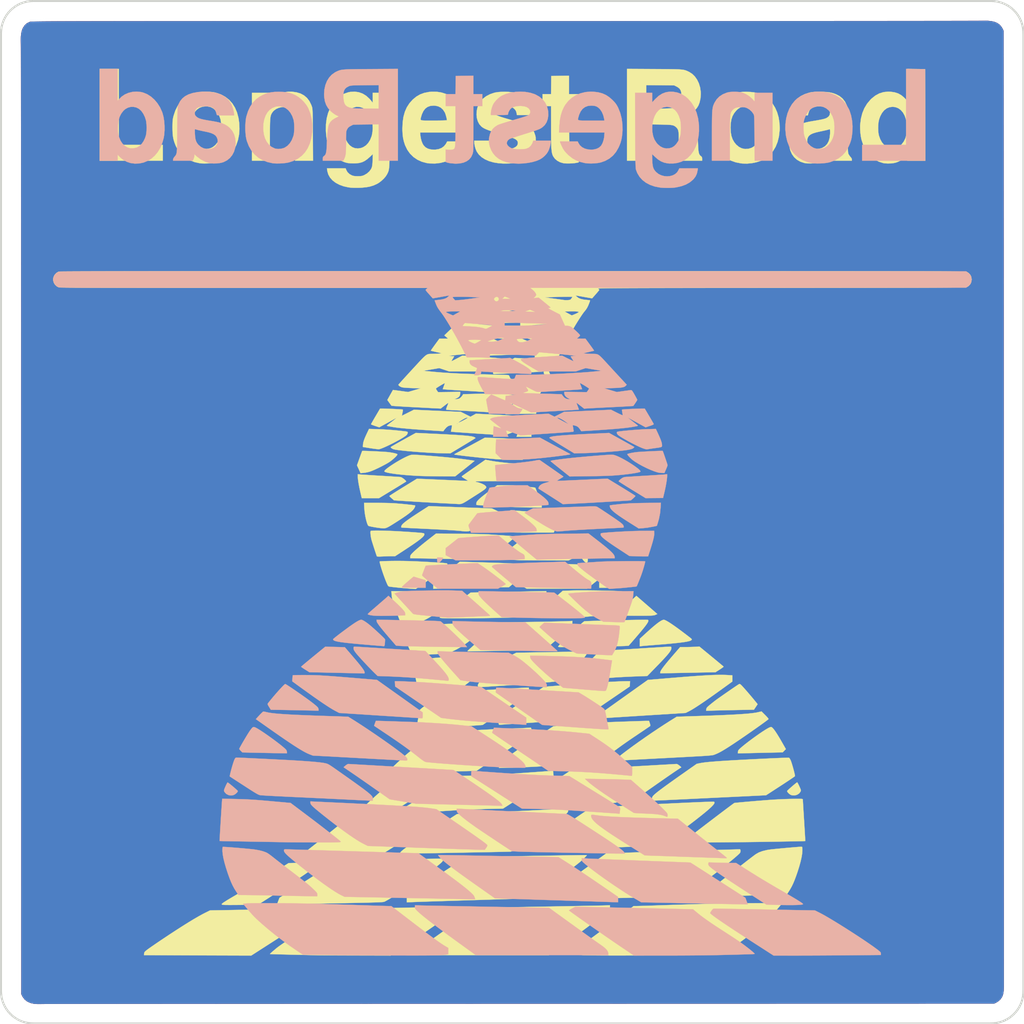
<source format=kicad_pcb>
(kicad_pcb (version 20171130) (host pcbnew 5.1.5+dfsg1-2build2)
  (layers (0 F.Cu signal) (31 B.Cu signal) (34 B.Paste user) (35 F.Paste user) (36 B.SilkS user) (37 F.SilkS user) (38 B.Mask user) (39 F.Mask user) (44 Edge.Cuts user))
  (net 0 "")
  (module LOGO (layer F.Cu) (at 0 0)
    (fp_text reference G*** hide)
    (fp_text value LOGO hide)
    (fp_poly (pts (xy 24.158395 -23.959976) (xy 24.327521 -23.922561) (xy 24.467683 -23.863248) (xy 24.581946 -23.780848) (xy 24.673376 -23.674167) (xy 24.725971 -23.583318) (xy 24.774728 -23.484417) (xy 24.781462 0) (xy 24.781748 0.998279) (xy 24.782033 1.986866) (xy 24.782316 2.964893) (xy 24.782597 3.931494) (xy 24.782875 4.885801) (xy 24.78315 5.826946) (xy 24.783423 6.754064) (xy 24.783692 7.666285) (xy 24.783957 8.562744) (xy 24.784218 9.442573) (xy 24.784475 10.304905) (xy 24.784728 11.148872) (xy 24.784976 11.973608) (xy 24.785219 12.778245) (xy 24.785457 13.561916) (xy 24.785689 14.323754) (xy 24.785916 15.062892) (xy 24.786136 15.778462) (xy 24.78635 16.469597) (xy 24.786558 17.135431) (xy 24.786758 17.775096) (xy 24.786952 18.387724) (xy 24.787138 18.972448) (xy 24.787316 19.528403) (xy 24.787487 20.054719) (xy 24.787649 20.55053) (xy 24.787803 21.014969) (xy 24.787948 21.447168) (xy 24.788084 21.846261) (xy 24.78821 22.21138) (xy 24.788327 22.541657) (xy 24.788435 22.836227) (xy 24.788532 23.094221) (xy 24.788619 23.314773) (xy 24.788695 23.497014) (xy 24.78876 23.640079) (xy 24.788814 23.743099) (xy 24.788856 23.805208) (xy 24.788877 23.823083) (xy 24.787014 23.994166) (xy 24.779896 24.131012) (xy 24.766386 24.241514) (xy 24.745346 24.333567) (xy 24.71564 24.415067) (xy 24.698232 24.452229) (xy 24.619911 24.566388) (xy 24.510291 24.665351) (xy 24.413525 24.723672) (xy 24.309916 24.774556) (xy 0.836083 24.779799) (xy -0.161615 24.78003) (xy -1.149514 24.780274) (xy -2.12675 24.780533) (xy -3.092459 24.780804) (xy -4.045776 24.781088) (xy -4.985837 24.781383) (xy -5.911778 24.78169) (xy -6.822735 24.782008) (xy -7.717842 24.782336) (xy -8.596236 24.782674) (xy -9.457053 24.78302) (xy -10.299428 24.783376) (xy -11.122497 24.78374) (xy -11.925396 24.784111) (xy -12.70726 24.78449) (xy -13.467225 24.784875) (xy -14.204427 24.785267) (xy -14.918001 24.785664) (xy -15.607083 24.786065) (xy -16.270809 24.786472) (xy -16.908315 24.786882) (xy -17.518735 24.787296) (xy -18.101207 24.787713) (xy -18.654865 24.788132) (xy -19.178846 24.788553) (xy -19.672285 24.788976) (xy -20.134317 24.789399) (xy -20.564079 24.789823) (xy -20.960705 24.790246) (xy -21.323333 24.790669) (xy -21.651097 24.79109) (xy -21.943133 24.79151) (xy -22.198577 24.791927) (xy -22.416565 24.792342) (xy -22.596232 24.792753) (xy -22.736714 24.79316) (xy -22.837146 24.793563) (xy -22.896665 24.793961) (xy -22.912917 24.794214) (xy -23.03063 24.796406) (xy -23.146134 24.795544) (xy -23.245943 24.791904) (xy -23.315084 24.785971) (xy -23.502805 24.743409) (xy -23.660583 24.671455) (xy -23.788007 24.570373) (xy -23.884666 24.440428) (xy -23.901899 24.407715) (xy -23.950084 24.309916) (xy -23.9543 0.910166) (xy -23.954491 -0.086251) (xy -23.954701 -1.072959) (xy -23.954931 -2.049088) (xy -23.955179 -3.013771) (xy -23.955445 -3.96614) (xy -23.955729 -4.905325) (xy -23.95603 -5.83046) (xy -23.956347 -6.740674) (xy -23.956679 -7.635101) (xy -23.957027 -8.512872) (xy -23.957389 -9.373119) (xy -23.957765 -10.214972) (xy -23.958154 -11.037565) (xy -23.958555 -11.840028) (xy -23.958969 -12.621494) (xy -23.959394 -13.381094) (xy -23.95983 -14.117959) (xy -23.960277 -14.831222) (xy -23.960733 -15.520014) (xy -23.961197 -16.183467) (xy -23.961671 -16.820712) (xy -23.962152 -17.430882) (xy -23.96264 -18.013107) (xy -23.963136 -18.56652) (xy -23.963637 -19.090253) (xy -23.964143 -19.583436) (xy -23.964655 -20.045202) (xy -23.96517 -20.474683) (xy -23.965689 -20.871009) (xy -23.966212 -21.233314) (xy -23.966736 -21.560727) (xy -23.967263 -21.852383) (xy -23.96779 -22.107411) (xy -23.968319 -22.324943) (xy -23.968847 -22.504112) (xy -23.969375 -22.644049) (xy -23.969901 -22.743885) (xy -23.970426 -22.802753) (xy -23.970725 -22.817667) (xy -23.975059 -23.023344) (xy -23.970739 -23.194069) (xy -23.956937 -23.336494) (xy -23.932828 -23.457268) (xy -23.897585 -23.563044) (xy -23.87079 -23.622) (xy -23.784725 -23.754678) (xy -23.67535 -23.852872) (xy -23.539323 -23.919428) (xy -23.510732 -23.92857) (xy -23.502206 -23.930245) (xy -23.487621 -23.931862) (xy -23.466257 -23.933421) (xy -23.437391 -23.934925) (xy -23.400302 -23.936374) (xy -23.354269 -23.937768) (xy -23.298571 -23.93911) (xy -23.232485 -23.940399) (xy -23.15529 -23.941638) (xy -23.066265 -23.942826) (xy -22.964688 -23.943965) (xy -22.849837 -23.945056) (xy -22.720992 -23.9461) (xy -22.577431 -23.947098) (xy -22.418432 -23.94805) (xy -22.243274 -23.948958) (xy -22.051235 -23.949823) (xy -21.841594 -23.950646) (xy -21.613629 -23.951427) (xy -21.366619 -23.952168) (xy -21.099842 -23.95287) (xy -20.812577 -23.953533) (xy -20.504102 -23.954159) (xy -20.173697 -23.954749) (xy -19.820638 -23.955303) (xy -19.444206 -23.955823) (xy -19.043678 -23.956309) (xy -18.618332 -23.956762) (xy -18.167449 -23.957184) (xy -17.690305 -23.957576) (xy -17.186179 -23.957938) (xy -16.654351 -23.958271) (xy -16.094097 -23.958577) (xy -15.504698 -23.958856) (xy -14.885432 -23.95911) (xy -14.235576 -23.959339) (xy -13.55441 -23.959544) (xy -12.841211 -23.959726) (xy -12.09526 -23.959887) (xy -11.315833 -23.960027) (xy -10.50221 -23.960147) (xy -9.653669 -23.960248) (xy -8.769488 -23.960332) (xy -7.848947 -23.960398) (xy -6.891323 -23.960449) (xy -5.895895 -23.960485) (xy -4.861941 -23.960507) (xy -3.788741 -23.960516) (xy -2.675573 -23.960513) (xy -1.521714 -23.960499) (xy -0.326444 -23.960475) (xy 0.013132 -23.960467) (xy 1.009668 -23.960454) (xy 1.996436 -23.960467) (xy 2.972569 -23.960504) (xy 3.937201 -23.960566) (xy 4.889467 -23.960651) (xy 5.828499 -23.960759) (xy 6.753431 -23.96089) (xy 7.663398 -23.961043) (xy 8.557532 -23.961218) (xy 9.434967 -23.961414) (xy 10.294838 -23.961631) (xy 11.136277 -23.961868) (xy 11.958418 -23.962124) (xy 12.760396 -23.9624) (xy 13.541343 -23.962695) (xy 14.300394 -23.963008) (xy 15.036681 -23.963339) (xy 15.74934 -23.963687) (xy 16.437503 -23.964052) (xy 17.100304 -23.964434) (xy 17.736877 -23.964831) (xy 18.346355 -23.965243) (xy 18.927873 -23.96567) (xy 19.480563 -23.966112) (xy 20.00356 -23.966568) (xy 20.495997 -23.967036) (xy 20.957008 -23.967518) (xy 21.385726 -23.968012) (xy 21.781286 -23.968518) (xy 22.142821 -23.969036) (xy 22.469464 -23.969564) (xy 22.760349 -23.970103) (xy 23.01461 -23.970652) (xy 23.231381 -23.97121) (xy 23.409796 -23.971778) (xy 23.548987 -23.972353) (xy 23.648088 -23.972937) (xy 23.706235 -23.973528) (xy 23.720982 -23.97388) (xy 23.957237 -23.976685) (xy 24.158395 -23.959976)) (layer B.Cu) (width 0.01))
  )
  (module LOGO (layer F.Cu) (at 0 0)
    (fp_text reference G*** hide)
    (fp_text value LOGO hide)
  )
  (module LOGO (layer F.Cu) (at 0 0)
    (fp_text reference G*** hide)
    (fp_text value LOGO hide)
    (fp_poly (pts (xy 24.158395 -23.959976) (xy 24.327521 -23.922561) (xy 24.467683 -23.863248) (xy 24.581946 -23.780848) (xy 24.673376 -23.674167) (xy 24.725971 -23.583318) (xy 24.774728 -23.484417) (xy 24.781462 0) (xy 24.781748 0.998279) (xy 24.782033 1.986866) (xy 24.782316 2.964893) (xy 24.782597 3.931494) (xy 24.782875 4.885801) (xy 24.78315 5.826946) (xy 24.783423 6.754064) (xy 24.783692 7.666285) (xy 24.783957 8.562744) (xy 24.784218 9.442573) (xy 24.784475 10.304905) (xy 24.784728 11.148872) (xy 24.784976 11.973608) (xy 24.785219 12.778245) (xy 24.785457 13.561916) (xy 24.785689 14.323754) (xy 24.785916 15.062892) (xy 24.786136 15.778462) (xy 24.78635 16.469597) (xy 24.786558 17.135431) (xy 24.786758 17.775096) (xy 24.786952 18.387724) (xy 24.787138 18.972448) (xy 24.787316 19.528403) (xy 24.787487 20.054719) (xy 24.787649 20.55053) (xy 24.787803 21.014969) (xy 24.787948 21.447168) (xy 24.788084 21.846261) (xy 24.78821 22.21138) (xy 24.788327 22.541657) (xy 24.788435 22.836227) (xy 24.788532 23.094221) (xy 24.788619 23.314773) (xy 24.788695 23.497014) (xy 24.78876 23.640079) (xy 24.788814 23.743099) (xy 24.788856 23.805208) (xy 24.788877 23.823083) (xy 24.787014 23.994166) (xy 24.779896 24.131012) (xy 24.766386 24.241514) (xy 24.745346 24.333567) (xy 24.71564 24.415067) (xy 24.698232 24.452229) (xy 24.619911 24.566388) (xy 24.510291 24.665351) (xy 24.413525 24.723672) (xy 24.309916 24.774556) (xy 0.836083 24.779799) (xy -0.161615 24.78003) (xy -1.149514 24.780274) (xy -2.12675 24.780533) (xy -3.092459 24.780804) (xy -4.045776 24.781088) (xy -4.985837 24.781383) (xy -5.911778 24.78169) (xy -6.822735 24.782008) (xy -7.717842 24.782336) (xy -8.596236 24.782674) (xy -9.457053 24.78302) (xy -10.299428 24.783376) (xy -11.122497 24.78374) (xy -11.925396 24.784111) (xy -12.70726 24.78449) (xy -13.467225 24.784875) (xy -14.204427 24.785267) (xy -14.918001 24.785664) (xy -15.607083 24.786065) (xy -16.270809 24.786472) (xy -16.908315 24.786882) (xy -17.518735 24.787296) (xy -18.101207 24.787713) (xy -18.654865 24.788132) (xy -19.178846 24.788553) (xy -19.672285 24.788976) (xy -20.134317 24.789399) (xy -20.564079 24.789823) (xy -20.960705 24.790246) (xy -21.323333 24.790669) (xy -21.651097 24.79109) (xy -21.943133 24.79151) (xy -22.198577 24.791927) (xy -22.416565 24.792342) (xy -22.596232 24.792753) (xy -22.736714 24.79316) (xy -22.837146 24.793563) (xy -22.896665 24.793961) (xy -22.912917 24.794214) (xy -23.03063 24.796406) (xy -23.146134 24.795544) (xy -23.245943 24.791904) (xy -23.315084 24.785971) (xy -23.502805 24.743409) (xy -23.660583 24.671455) (xy -23.788007 24.570373) (xy -23.884666 24.440428) (xy -23.901899 24.407715) (xy -23.950084 24.309916) (xy -23.9543 0.910166) (xy -23.954491 -0.086251) (xy -23.954701 -1.072959) (xy -23.954931 -2.049088) (xy -23.955179 -3.013771) (xy -23.955445 -3.96614) (xy -23.955729 -4.905325) (xy -23.95603 -5.83046) (xy -23.956347 -6.740674) (xy -23.956679 -7.635101) (xy -23.957027 -8.512872) (xy -23.957389 -9.373119) (xy -23.957765 -10.214972) (xy -23.958154 -11.037565) (xy -23.958555 -11.840028) (xy -23.958969 -12.621494) (xy -23.959394 -13.381094) (xy -23.95983 -14.117959) (xy -23.960277 -14.831222) (xy -23.960733 -15.520014) (xy -23.961197 -16.183467) (xy -23.961671 -16.820712) (xy -23.962152 -17.430882) (xy -23.96264 -18.013107) (xy -23.963136 -18.56652) (xy -23.963637 -19.090253) (xy -23.964143 -19.583436) (xy -23.964655 -20.045202) (xy -23.96517 -20.474683) (xy -23.965689 -20.871009) (xy -23.966212 -21.233314) (xy -23.966736 -21.560727) (xy -23.967263 -21.852383) (xy -23.96779 -22.107411) (xy -23.968319 -22.324943) (xy -23.968847 -22.504112) (xy -23.969375 -22.644049) (xy -23.969901 -22.743885) (xy -23.970426 -22.802753) (xy -23.970725 -22.817667) (xy -23.975059 -23.023344) (xy -23.970739 -23.194069) (xy -23.956937 -23.336494) (xy -23.932828 -23.457268) (xy -23.897585 -23.563044) (xy -23.87079 -23.622) (xy -23.784725 -23.754678) (xy -23.67535 -23.852872) (xy -23.539323 -23.919428) (xy -23.510732 -23.92857) (xy -23.502206 -23.930245) (xy -23.487621 -23.931862) (xy -23.466257 -23.933421) (xy -23.437391 -23.934925) (xy -23.400302 -23.936374) (xy -23.354269 -23.937768) (xy -23.298571 -23.93911) (xy -23.232485 -23.940399) (xy -23.15529 -23.941638) (xy -23.066265 -23.942826) (xy -22.964688 -23.943965) (xy -22.849837 -23.945056) (xy -22.720992 -23.9461) (xy -22.577431 -23.947098) (xy -22.418432 -23.94805) (xy -22.243274 -23.948958) (xy -22.051235 -23.949823) (xy -21.841594 -23.950646) (xy -21.613629 -23.951427) (xy -21.366619 -23.952168) (xy -21.099842 -23.95287) (xy -20.812577 -23.953533) (xy -20.504102 -23.954159) (xy -20.173697 -23.954749) (xy -19.820638 -23.955303) (xy -19.444206 -23.955823) (xy -19.043678 -23.956309) (xy -18.618332 -23.956762) (xy -18.167449 -23.957184) (xy -17.690305 -23.957576) (xy -17.186179 -23.957938) (xy -16.654351 -23.958271) (xy -16.094097 -23.958577) (xy -15.504698 -23.958856) (xy -14.885432 -23.95911) (xy -14.235576 -23.959339) (xy -13.55441 -23.959544) (xy -12.841211 -23.959726) (xy -12.09526 -23.959887) (xy -11.315833 -23.960027) (xy -10.50221 -23.960147) (xy -9.653669 -23.960248) (xy -8.769488 -23.960332) (xy -7.848947 -23.960398) (xy -6.891323 -23.960449) (xy -5.895895 -23.960485) (xy -4.861941 -23.960507) (xy -3.788741 -23.960516) (xy -2.675573 -23.960513) (xy -1.521714 -23.960499) (xy -0.326444 -23.960475) (xy 0.013132 -23.960467) (xy 1.009668 -23.960454) (xy 1.996436 -23.960467) (xy 2.972569 -23.960504) (xy 3.937201 -23.960566) (xy 4.889467 -23.960651) (xy 5.828499 -23.960759) (xy 6.753431 -23.96089) (xy 7.663398 -23.961043) (xy 8.557532 -23.961218) (xy 9.434967 -23.961414) (xy 10.294838 -23.961631) (xy 11.136277 -23.961868) (xy 11.958418 -23.962124) (xy 12.760396 -23.9624) (xy 13.541343 -23.962695) (xy 14.300394 -23.963008) (xy 15.036681 -23.963339) (xy 15.74934 -23.963687) (xy 16.437503 -23.964052) (xy 17.100304 -23.964434) (xy 17.736877 -23.964831) (xy 18.346355 -23.965243) (xy 18.927873 -23.96567) (xy 19.480563 -23.966112) (xy 20.00356 -23.966568) (xy 20.495997 -23.967036) (xy 20.957008 -23.967518) (xy 21.385726 -23.968012) (xy 21.781286 -23.968518) (xy 22.142821 -23.969036) (xy 22.469464 -23.969564) (xy 22.760349 -23.970103) (xy 23.01461 -23.970652) (xy 23.231381 -23.97121) (xy 23.409796 -23.971778) (xy 23.548987 -23.972353) (xy 23.648088 -23.972937) (xy 23.706235 -23.973528) (xy 23.720982 -23.97388) (xy 23.957237 -23.976685) (xy 24.158395 -23.959976)) (layer F.Cu) (width 0.01))
  )
  (module LOGO (layer F.Cu) (at 0 0)
    (fp_text reference G*** hide)
    (fp_text value LOGO hide)
  )
  (gr_line (start -23.3626 -24.9601) (end 24.1626 -24.9601) (layer Edge.Cuts) (width 0.1))
  (gr_line (start 24.1626 -24.9601) (end 24.3264 -24.9519) (layer Edge.Cuts) (width 0.1))
  (gr_line (start 24.3264 -24.9519) (end 24.4853 -24.9277) (layer Edge.Cuts) (width 0.1))
  (gr_line (start 24.4853 -24.9277) (end 24.6386 -24.8885) (layer Edge.Cuts) (width 0.1))
  (gr_line (start 24.6386 -24.8885) (end 24.7855 -24.8349) (layer Edge.Cuts) (width 0.1))
  (gr_line (start 24.7855 -24.8349) (end 24.9252 -24.7678) (layer Edge.Cuts) (width 0.1))
  (gr_line (start 24.9252 -24.7678) (end 25.0569 -24.688) (layer Edge.Cuts) (width 0.1))
  (gr_line (start 25.0569 -24.688) (end 25.1799 -24.5962) (layer Edge.Cuts) (width 0.1))
  (gr_line (start 25.1799 -24.5962) (end 25.2932 -24.4932) (layer Edge.Cuts) (width 0.1))
  (gr_line (start 25.2932 -24.4932) (end 25.3962 -24.3799) (layer Edge.Cuts) (width 0.1))
  (gr_line (start 25.3962 -24.3799) (end 25.4879 -24.257) (layer Edge.Cuts) (width 0.1))
  (gr_line (start 25.4879 -24.257) (end 25.5678 -24.1253) (layer Edge.Cuts) (width 0.1))
  (gr_line (start 25.5678 -24.1253) (end 25.6349 -23.9856) (layer Edge.Cuts) (width 0.1))
  (gr_line (start 25.6349 -23.9856) (end 25.6885 -23.8387) (layer Edge.Cuts) (width 0.1))
  (gr_line (start 25.6885 -23.8387) (end 25.7277 -23.6853) (layer Edge.Cuts) (width 0.1))
  (gr_line (start 25.7277 -23.6853) (end 25.7518 -23.5264) (layer Edge.Cuts) (width 0.1))
  (gr_line (start 25.7518 -23.5264) (end 25.76 -23.3626) (layer Edge.Cuts) (width 0.1))
  (gr_line (start 25.76 -23.3626) (end 25.76 24.1626) (layer Edge.Cuts) (width 0.1))
  (gr_line (start 25.76 24.1626) (end 25.7518 24.3264) (layer Edge.Cuts) (width 0.1))
  (gr_line (start 25.7518 24.3264) (end 25.7277 24.4853) (layer Edge.Cuts) (width 0.1))
  (gr_line (start 25.7277 24.4853) (end 25.6885 24.6386) (layer Edge.Cuts) (width 0.1))
  (gr_line (start 25.6885 24.6386) (end 25.6349 24.7855) (layer Edge.Cuts) (width 0.1))
  (gr_line (start 25.6349 24.7855) (end 25.5678 24.9252) (layer Edge.Cuts) (width 0.1))
  (gr_line (start 25.5678 24.9252) (end 25.4879 25.0569) (layer Edge.Cuts) (width 0.1))
  (gr_line (start 25.4879 25.0569) (end 25.3962 25.1798) (layer Edge.Cuts) (width 0.1))
  (gr_line (start 25.3962 25.1798) (end 25.2932 25.2932) (layer Edge.Cuts) (width 0.1))
  (gr_line (start 25.2932 25.2932) (end 25.1799 25.3961) (layer Edge.Cuts) (width 0.1))
  (gr_line (start 25.1799 25.3961) (end 25.0569 25.4879) (layer Edge.Cuts) (width 0.1))
  (gr_line (start 25.0569 25.4879) (end 24.9252 25.5678) (layer Edge.Cuts) (width 0.1))
  (gr_line (start 24.9252 25.5678) (end 24.7855 25.6349) (layer Edge.Cuts) (width 0.1))
  (gr_line (start 24.7855 25.6349) (end 24.6386 25.6885) (layer Edge.Cuts) (width 0.1))
  (gr_line (start 24.6386 25.6885) (end 24.4853 25.7277) (layer Edge.Cuts) (width 0.1))
  (gr_line (start 24.4853 25.7277) (end 24.3264 25.7518) (layer Edge.Cuts) (width 0.1))
  (gr_line (start 24.3264 25.7518) (end 24.1626 25.76) (layer Edge.Cuts) (width 0.1))
  (gr_line (start 24.1626 25.76) (end -23.3626 25.76) (layer Edge.Cuts) (width 0.1))
  (gr_line (start -23.3626 25.76) (end -23.5264 25.7518) (layer Edge.Cuts) (width 0.1))
  (gr_line (start -23.5264 25.7518) (end -23.6853 25.7277) (layer Edge.Cuts) (width 0.1))
  (gr_line (start -23.6853 25.7277) (end -23.8386 25.6885) (layer Edge.Cuts) (width 0.1))
  (gr_line (start -23.8386 25.6885) (end -23.9855 25.6349) (layer Edge.Cuts) (width 0.1))
  (gr_line (start -23.9855 25.6349) (end -24.1252 25.5678) (layer Edge.Cuts) (width 0.1))
  (gr_line (start -24.1252 25.5678) (end -24.257 25.4879) (layer Edge.Cuts) (width 0.1))
  (gr_line (start -24.257 25.4879) (end -24.3799 25.3961) (layer Edge.Cuts) (width 0.1))
  (gr_line (start -24.3799 25.3961) (end -24.4932 25.2932) (layer Edge.Cuts) (width 0.1))
  (gr_line (start -24.4932 25.2932) (end -24.5962 25.1798) (layer Edge.Cuts) (width 0.1))
  (gr_line (start -24.5962 25.1798) (end -24.688 25.0569) (layer Edge.Cuts) (width 0.1))
  (gr_line (start -24.688 25.0569) (end -24.7678 24.9252) (layer Edge.Cuts) (width 0.1))
  (gr_line (start -24.7678 24.9252) (end -24.8349 24.7855) (layer Edge.Cuts) (width 0.1))
  (gr_line (start -24.8349 24.7855) (end -24.8885 24.6386) (layer Edge.Cuts) (width 0.1))
  (gr_line (start -24.8885 24.6386) (end -24.9277 24.4853) (layer Edge.Cuts) (width 0.1))
  (gr_line (start -24.9277 24.4853) (end -24.9518 24.3264) (layer Edge.Cuts) (width 0.1))
  (gr_line (start -24.9518 24.3264) (end -24.96 24.1626) (layer Edge.Cuts) (width 0.1))
  (gr_line (start -24.96 24.1626) (end -24.96 -23.3626) (layer Edge.Cuts) (width 0.1))
  (gr_line (start -24.96 -23.3626) (end -24.9518 -23.5264) (layer Edge.Cuts) (width 0.1))
  (gr_line (start -24.9518 -23.5264) (end -24.9277 -23.6853) (layer Edge.Cuts) (width 0.1))
  (gr_line (start -24.9277 -23.6853) (end -24.8885 -23.8386) (layer Edge.Cuts) (width 0.1))
  (gr_line (start -24.8885 -23.8386) (end -24.8349 -23.9855) (layer Edge.Cuts) (width 0.1))
  (gr_line (start -24.8349 -23.9855) (end -24.7678 -24.1252) (layer Edge.Cuts) (width 0.1))
  (gr_line (start -24.7678 -24.1252) (end -24.688 -24.257) (layer Edge.Cuts) (width 0.1))
  (gr_line (start -24.688 -24.257) (end -24.5962 -24.3799) (layer Edge.Cuts) (width 0.1))
  (gr_line (start -24.5962 -24.3799) (end -24.4932 -24.4932) (layer Edge.Cuts) (width 0.1))
  (gr_line (start -24.4932 -24.4932) (end -24.3799 -24.5962) (layer Edge.Cuts) (width 0.1))
  (gr_line (start -24.3799 -24.5962) (end -24.257 -24.688) (layer Edge.Cuts) (width 0.1))
  (gr_line (start -24.257 -24.688) (end -24.1252 -24.7678) (layer Edge.Cuts) (width 0.1))
  (gr_line (start -24.1252 -24.7678) (end -23.9855 -24.8349) (layer Edge.Cuts) (width 0.1))
  (gr_line (start -23.9855 -24.8349) (end -23.8386 -24.8885) (layer Edge.Cuts) (width 0.1))
  (gr_line (start -23.8386 -24.8885) (end -23.6853 -24.9277) (layer Edge.Cuts) (width 0.1))
  (gr_line (start -23.6853 -24.9277) (end -23.5264 -24.9518) (layer Edge.Cuts) (width 0.1))
  (gr_line (start -23.5264 -24.9518) (end -23.3626 -24.96) (layer Edge.Cuts) (width 0.1))
  (gr_line (start -23.3626 -24.96) (end -23.3626 -24.96) (layer Edge.Cuts) (width 0.1))
  (gr_line (start -23.3626 -24.96) (end -23.3626 -24.9601) (layer Edge.Cuts) (width 0.1))
)
</source>
